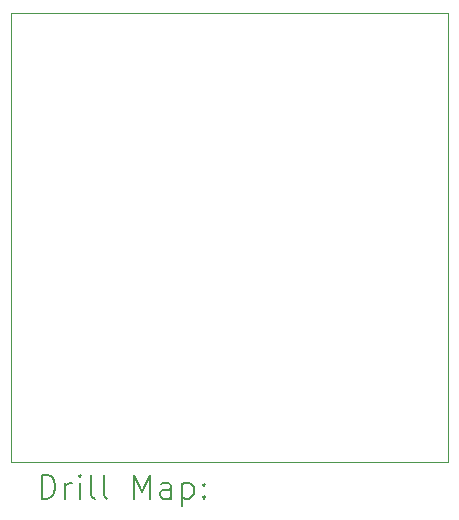
<source format=gbr>
%TF.GenerationSoftware,KiCad,Pcbnew,9.0.2*%
%TF.CreationDate,2025-06-20T10:54:41-07:00*%
%TF.ProjectId,fsrPrototype1,66737250-726f-4746-9f74-797065312e6b,rev?*%
%TF.SameCoordinates,Original*%
%TF.FileFunction,Drillmap*%
%TF.FilePolarity,Positive*%
%FSLAX45Y45*%
G04 Gerber Fmt 4.5, Leading zero omitted, Abs format (unit mm)*
G04 Created by KiCad (PCBNEW 9.0.2) date 2025-06-20 10:54:41*
%MOMM*%
%LPD*%
G01*
G04 APERTURE LIST*
%ADD10C,0.038100*%
%ADD11C,0.200000*%
G04 APERTURE END LIST*
D10*
X7800000Y-9300000D02*
X7800000Y-5500000D01*
X4100000Y-5500000D02*
X4100000Y-9300000D01*
X7800000Y-5500000D02*
X4100000Y-5500000D01*
X4100000Y-9300000D02*
X7800000Y-9300000D01*
D11*
X4358872Y-9613389D02*
X4358872Y-9413389D01*
X4358872Y-9413389D02*
X4406491Y-9413389D01*
X4406491Y-9413389D02*
X4435062Y-9422913D01*
X4435062Y-9422913D02*
X4454110Y-9441960D01*
X4454110Y-9441960D02*
X4463634Y-9461008D01*
X4463634Y-9461008D02*
X4473158Y-9499103D01*
X4473158Y-9499103D02*
X4473158Y-9527675D01*
X4473158Y-9527675D02*
X4463634Y-9565770D01*
X4463634Y-9565770D02*
X4454110Y-9584817D01*
X4454110Y-9584817D02*
X4435062Y-9603865D01*
X4435062Y-9603865D02*
X4406491Y-9613389D01*
X4406491Y-9613389D02*
X4358872Y-9613389D01*
X4558872Y-9613389D02*
X4558872Y-9480055D01*
X4558872Y-9518151D02*
X4568396Y-9499103D01*
X4568396Y-9499103D02*
X4577919Y-9489579D01*
X4577919Y-9489579D02*
X4596967Y-9480055D01*
X4596967Y-9480055D02*
X4616015Y-9480055D01*
X4682681Y-9613389D02*
X4682681Y-9480055D01*
X4682681Y-9413389D02*
X4673158Y-9422913D01*
X4673158Y-9422913D02*
X4682681Y-9432436D01*
X4682681Y-9432436D02*
X4692205Y-9422913D01*
X4692205Y-9422913D02*
X4682681Y-9413389D01*
X4682681Y-9413389D02*
X4682681Y-9432436D01*
X4806491Y-9613389D02*
X4787443Y-9603865D01*
X4787443Y-9603865D02*
X4777919Y-9584817D01*
X4777919Y-9584817D02*
X4777919Y-9413389D01*
X4911253Y-9613389D02*
X4892205Y-9603865D01*
X4892205Y-9603865D02*
X4882681Y-9584817D01*
X4882681Y-9584817D02*
X4882681Y-9413389D01*
X5139824Y-9613389D02*
X5139824Y-9413389D01*
X5139824Y-9413389D02*
X5206491Y-9556246D01*
X5206491Y-9556246D02*
X5273158Y-9413389D01*
X5273158Y-9413389D02*
X5273158Y-9613389D01*
X5454110Y-9613389D02*
X5454110Y-9508627D01*
X5454110Y-9508627D02*
X5444586Y-9489579D01*
X5444586Y-9489579D02*
X5425539Y-9480055D01*
X5425539Y-9480055D02*
X5387443Y-9480055D01*
X5387443Y-9480055D02*
X5368396Y-9489579D01*
X5454110Y-9603865D02*
X5435062Y-9613389D01*
X5435062Y-9613389D02*
X5387443Y-9613389D01*
X5387443Y-9613389D02*
X5368396Y-9603865D01*
X5368396Y-9603865D02*
X5358872Y-9584817D01*
X5358872Y-9584817D02*
X5358872Y-9565770D01*
X5358872Y-9565770D02*
X5368396Y-9546722D01*
X5368396Y-9546722D02*
X5387443Y-9537198D01*
X5387443Y-9537198D02*
X5435062Y-9537198D01*
X5435062Y-9537198D02*
X5454110Y-9527675D01*
X5549348Y-9480055D02*
X5549348Y-9680055D01*
X5549348Y-9489579D02*
X5568396Y-9480055D01*
X5568396Y-9480055D02*
X5606491Y-9480055D01*
X5606491Y-9480055D02*
X5625538Y-9489579D01*
X5625538Y-9489579D02*
X5635062Y-9499103D01*
X5635062Y-9499103D02*
X5644586Y-9518151D01*
X5644586Y-9518151D02*
X5644586Y-9575294D01*
X5644586Y-9575294D02*
X5635062Y-9594341D01*
X5635062Y-9594341D02*
X5625538Y-9603865D01*
X5625538Y-9603865D02*
X5606491Y-9613389D01*
X5606491Y-9613389D02*
X5568396Y-9613389D01*
X5568396Y-9613389D02*
X5549348Y-9603865D01*
X5730300Y-9594341D02*
X5739824Y-9603865D01*
X5739824Y-9603865D02*
X5730300Y-9613389D01*
X5730300Y-9613389D02*
X5720777Y-9603865D01*
X5720777Y-9603865D02*
X5730300Y-9594341D01*
X5730300Y-9594341D02*
X5730300Y-9613389D01*
X5730300Y-9489579D02*
X5739824Y-9499103D01*
X5739824Y-9499103D02*
X5730300Y-9508627D01*
X5730300Y-9508627D02*
X5720777Y-9499103D01*
X5720777Y-9499103D02*
X5730300Y-9489579D01*
X5730300Y-9489579D02*
X5730300Y-9508627D01*
M02*

</source>
